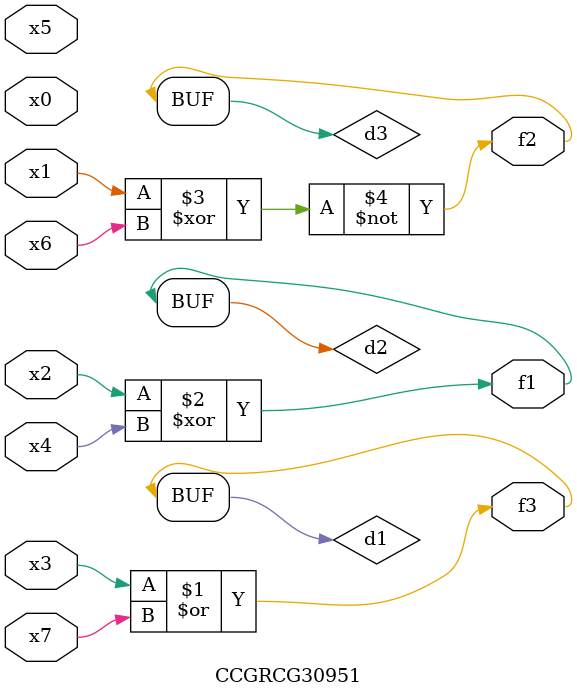
<source format=v>
module CCGRCG30951(
	input x0, x1, x2, x3, x4, x5, x6, x7,
	output f1, f2, f3
);

	wire d1, d2, d3;

	or (d1, x3, x7);
	xor (d2, x2, x4);
	xnor (d3, x1, x6);
	assign f1 = d2;
	assign f2 = d3;
	assign f3 = d1;
endmodule

</source>
